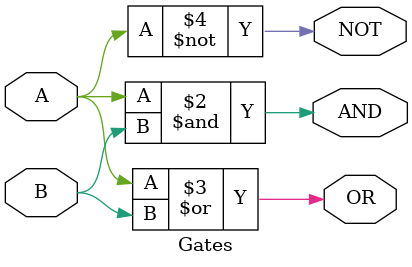
<source format=v>
`timescale 1ns / 1ps

module Gates(A,B,AND,OR,NOT);
input A,B;
output AND,OR,NOT;
reg AND,OR,NOT;

always @(*)
begin
	AND = A&B;
	OR = A|B;
	NOT = ~A;
end

endmodule

</source>
